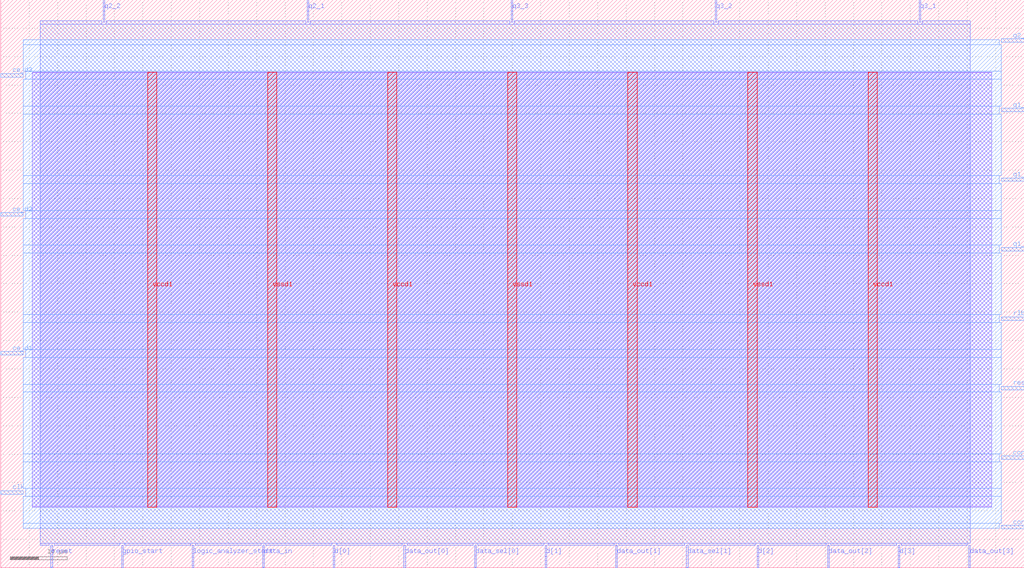
<source format=lef>
VERSION 5.7 ;
  NOWIREEXTENSIONATPIN ON ;
  DIVIDERCHAR "/" ;
  BUSBITCHARS "[]" ;
MACRO rlbp
  CLASS BLOCK ;
  FOREIGN rlbp ;
  ORIGIN 0.000 0.000 ;
  SIZE 180.000 BY 100.000 ;
  PIN ce_d1
    DIRECTION INPUT ;
    USE SIGNAL ;
    PORT
      LAYER met3 ;
        RECT 0.000 37.440 4.000 38.040 ;
    END
  END ce_d1
  PIN ce_d2
    DIRECTION INPUT ;
    USE SIGNAL ;
    PORT
      LAYER met3 ;
        RECT 0.000 61.920 4.000 62.520 ;
    END
  END ce_d2
  PIN ce_d3
    DIRECTION INPUT ;
    USE SIGNAL ;
    PORT
      LAYER met3 ;
        RECT 0.000 86.400 4.000 87.000 ;
    END
  END ce_d3
  PIN clk
    DIRECTION INPUT ;
    USE SIGNAL ;
    PORT
      LAYER met3 ;
        RECT 0.000 12.960 4.000 13.560 ;
    END
  END clk
  PIN control_signals[0]
    DIRECTION OUTPUT TRISTATE ;
    USE SIGNAL ;
    PORT
      LAYER met3 ;
        RECT 176.000 6.840 180.000 7.440 ;
    END
  END control_signals[0]
  PIN control_signals[1]
    DIRECTION OUTPUT TRISTATE ;
    USE SIGNAL ;
    PORT
      LAYER met3 ;
        RECT 176.000 19.080 180.000 19.680 ;
    END
  END control_signals[1]
  PIN d[0]
    DIRECTION INPUT ;
    USE SIGNAL ;
    PORT
      LAYER met2 ;
        RECT 58.510 0.000 58.790 4.000 ;
    END
  END d[0]
  PIN d[1]
    DIRECTION INPUT ;
    USE SIGNAL ;
    PORT
      LAYER met2 ;
        RECT 95.770 0.000 96.050 4.000 ;
    END
  END d[1]
  PIN d[2]
    DIRECTION INPUT ;
    USE SIGNAL ;
    PORT
      LAYER met2 ;
        RECT 133.030 0.000 133.310 4.000 ;
    END
  END d[2]
  PIN d[3]
    DIRECTION INPUT ;
    USE SIGNAL ;
    PORT
      LAYER met2 ;
        RECT 157.870 0.000 158.150 4.000 ;
    END
  END d[3]
  PIN data_in
    DIRECTION INPUT ;
    USE SIGNAL ;
    PORT
      LAYER met2 ;
        RECT 46.090 0.000 46.370 4.000 ;
    END
  END data_in
  PIN data_out[0]
    DIRECTION OUTPUT TRISTATE ;
    USE SIGNAL ;
    PORT
      LAYER met2 ;
        RECT 70.930 0.000 71.210 4.000 ;
    END
  END data_out[0]
  PIN data_out[1]
    DIRECTION OUTPUT TRISTATE ;
    USE SIGNAL ;
    PORT
      LAYER met2 ;
        RECT 108.190 0.000 108.470 4.000 ;
    END
  END data_out[1]
  PIN data_out[2]
    DIRECTION OUTPUT TRISTATE ;
    USE SIGNAL ;
    PORT
      LAYER met2 ;
        RECT 145.450 0.000 145.730 4.000 ;
    END
  END data_out[2]
  PIN data_out[3]
    DIRECTION OUTPUT TRISTATE ;
    USE SIGNAL ;
    PORT
      LAYER met2 ;
        RECT 170.290 0.000 170.570 4.000 ;
    END
  END data_out[3]
  PIN data_sel[0]
    DIRECTION INPUT ;
    USE SIGNAL ;
    PORT
      LAYER met2 ;
        RECT 83.350 0.000 83.630 4.000 ;
    END
  END data_sel[0]
  PIN data_sel[1]
    DIRECTION INPUT ;
    USE SIGNAL ;
    PORT
      LAYER met2 ;
        RECT 120.610 0.000 120.890 4.000 ;
    END
  END data_sel[1]
  PIN gpio_start
    DIRECTION INPUT ;
    USE SIGNAL ;
    PORT
      LAYER met2 ;
        RECT 21.250 0.000 21.530 4.000 ;
    END
  END gpio_start
  PIN logic_analyzer_start
    DIRECTION INPUT ;
    USE SIGNAL ;
    PORT
      LAYER met2 ;
        RECT 33.670 0.000 33.950 4.000 ;
    END
  END logic_analyzer_start
  PIN q1_1
    DIRECTION OUTPUT TRISTATE ;
    USE SIGNAL ;
    PORT
      LAYER met3 ;
        RECT 176.000 80.280 180.000 80.880 ;
    END
  END q1_1
  PIN q1_2
    DIRECTION OUTPUT TRISTATE ;
    USE SIGNAL ;
    PORT
      LAYER met3 ;
        RECT 176.000 68.040 180.000 68.640 ;
    END
  END q1_2
  PIN q1_3
    DIRECTION OUTPUT TRISTATE ;
    USE SIGNAL ;
    PORT
      LAYER met3 ;
        RECT 176.000 55.800 180.000 56.400 ;
    END
  END q1_3
  PIN q2_1
    DIRECTION OUTPUT TRISTATE ;
    USE SIGNAL ;
    PORT
      LAYER met2 ;
        RECT 53.910 96.000 54.190 100.000 ;
    END
  END q2_1
  PIN q2_2
    DIRECTION OUTPUT TRISTATE ;
    USE SIGNAL ;
    PORT
      LAYER met2 ;
        RECT 18.030 96.000 18.310 100.000 ;
    END
  END q2_2
  PIN q2_3
    DIRECTION OUTPUT TRISTATE ;
    USE SIGNAL ;
    PORT
      LAYER met3 ;
        RECT 176.000 92.520 180.000 93.120 ;
    END
  END q2_3
  PIN q3_1
    DIRECTION OUTPUT TRISTATE ;
    USE SIGNAL ;
    PORT
      LAYER met2 ;
        RECT 161.550 96.000 161.830 100.000 ;
    END
  END q3_1
  PIN q3_2
    DIRECTION OUTPUT TRISTATE ;
    USE SIGNAL ;
    PORT
      LAYER met2 ;
        RECT 125.670 96.000 125.950 100.000 ;
    END
  END q3_2
  PIN q3_3
    DIRECTION OUTPUT TRISTATE ;
    USE SIGNAL ;
    PORT
      LAYER met2 ;
        RECT 89.790 96.000 90.070 100.000 ;
    END
  END q3_3
  PIN reset
    DIRECTION INPUT ;
    USE SIGNAL ;
    PORT
      LAYER met2 ;
        RECT 8.830 0.000 9.110 4.000 ;
    END
  END reset
  PIN reset_fsm
    DIRECTION OUTPUT TRISTATE ;
    USE SIGNAL ;
    PORT
      LAYER met3 ;
        RECT 176.000 31.320 180.000 31.920 ;
    END
  END reset_fsm
  PIN rlbp_done
    DIRECTION OUTPUT TRISTATE ;
    USE SIGNAL ;
    PORT
      LAYER met3 ;
        RECT 176.000 43.560 180.000 44.160 ;
    END
  END rlbp_done
  PIN vccd1
    DIRECTION INOUT ;
    USE POWER ;
    PORT
      LAYER met4 ;
        RECT 25.840 10.640 27.440 87.280 ;
    END
    PORT
      LAYER met4 ;
        RECT 68.080 10.640 69.680 87.280 ;
    END
    PORT
      LAYER met4 ;
        RECT 110.320 10.640 111.920 87.280 ;
    END
    PORT
      LAYER met4 ;
        RECT 152.560 10.640 154.160 87.280 ;
    END
  END vccd1
  PIN vssd1
    DIRECTION INOUT ;
    USE GROUND ;
    PORT
      LAYER met4 ;
        RECT 46.960 10.640 48.560 87.280 ;
    END
    PORT
      LAYER met4 ;
        RECT 89.200 10.640 90.800 87.280 ;
    END
    PORT
      LAYER met4 ;
        RECT 131.440 10.640 133.040 87.280 ;
    END
  END vssd1
  OBS
      LAYER li1 ;
        RECT 5.520 10.795 174.340 87.125 ;
      LAYER met1 ;
        RECT 5.520 10.640 174.340 87.280 ;
      LAYER met2 ;
        RECT 6.990 95.720 17.750 96.290 ;
        RECT 18.590 95.720 53.630 96.290 ;
        RECT 54.470 95.720 89.510 96.290 ;
        RECT 90.350 95.720 125.390 96.290 ;
        RECT 126.230 95.720 161.270 96.290 ;
        RECT 162.110 95.720 170.570 96.290 ;
        RECT 6.990 4.280 170.570 95.720 ;
        RECT 6.990 4.000 8.550 4.280 ;
        RECT 9.390 4.000 20.970 4.280 ;
        RECT 21.810 4.000 33.390 4.280 ;
        RECT 34.230 4.000 45.810 4.280 ;
        RECT 46.650 4.000 58.230 4.280 ;
        RECT 59.070 4.000 70.650 4.280 ;
        RECT 71.490 4.000 83.070 4.280 ;
        RECT 83.910 4.000 95.490 4.280 ;
        RECT 96.330 4.000 107.910 4.280 ;
        RECT 108.750 4.000 120.330 4.280 ;
        RECT 121.170 4.000 132.750 4.280 ;
        RECT 133.590 4.000 145.170 4.280 ;
        RECT 146.010 4.000 157.590 4.280 ;
        RECT 158.430 4.000 170.010 4.280 ;
      LAYER met3 ;
        RECT 4.000 92.120 175.600 92.985 ;
        RECT 4.000 87.400 176.000 92.120 ;
        RECT 4.400 86.000 176.000 87.400 ;
        RECT 4.000 81.280 176.000 86.000 ;
        RECT 4.000 79.880 175.600 81.280 ;
        RECT 4.000 69.040 176.000 79.880 ;
        RECT 4.000 67.640 175.600 69.040 ;
        RECT 4.000 62.920 176.000 67.640 ;
        RECT 4.400 61.520 176.000 62.920 ;
        RECT 4.000 56.800 176.000 61.520 ;
        RECT 4.000 55.400 175.600 56.800 ;
        RECT 4.000 44.560 176.000 55.400 ;
        RECT 4.000 43.160 175.600 44.560 ;
        RECT 4.000 38.440 176.000 43.160 ;
        RECT 4.400 37.040 176.000 38.440 ;
        RECT 4.000 32.320 176.000 37.040 ;
        RECT 4.000 30.920 175.600 32.320 ;
        RECT 4.000 20.080 176.000 30.920 ;
        RECT 4.000 18.680 175.600 20.080 ;
        RECT 4.000 13.960 176.000 18.680 ;
        RECT 4.400 12.560 176.000 13.960 ;
        RECT 4.000 7.840 176.000 12.560 ;
        RECT 4.000 6.975 175.600 7.840 ;
  END
END rlbp
END LIBRARY


</source>
